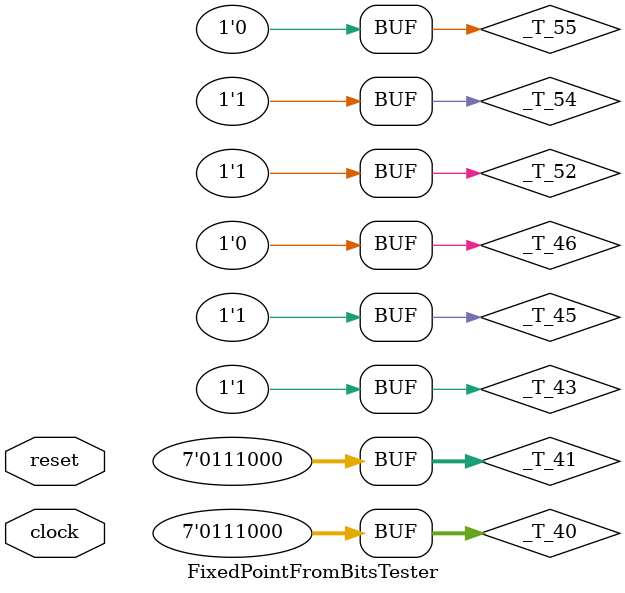
<source format=v>
module FixedPointFromBitsTester(
  input   clock,
  input   reset
);
  wire [6:0] _T_40; // @[FixedPointSpec.scala 55:24]
  wire [6:0] _T_41; // @[FixedPointSpec.scala 55:24]
  wire  _T_43; // @[FixedPointSpec.scala 55:27]
  wire  _T_45; // @[FixedPointSpec.scala 55:9]
  wire  _T_46; // @[FixedPointSpec.scala 55:9]
  wire  _T_52; // @[FixedPointSpec.scala 56:27]
  wire  _T_54; // @[FixedPointSpec.scala 56:9]
  wire  _T_55; // @[FixedPointSpec.scala 56:9]
  wire  _T_76; // @[FixedPointSpec.scala 78:7]
  assign _T_40 = $signed(7'sh0) - $signed(-7'sh38); // @[FixedPointSpec.scala 55:24]
  assign _T_41 = $signed(_T_40); // @[FixedPointSpec.scala 55:24]
  assign _T_43 = $signed(_T_41) == $signed(7'sh38); // @[FixedPointSpec.scala 55:27]
  assign _T_45 = _T_43 | reset; // @[FixedPointSpec.scala 55:9]
  assign _T_46 = _T_45 == 1'h0; // @[FixedPointSpec.scala 55:9]
  assign _T_52 = $signed(_T_41) != $signed(-7'sh38); // @[FixedPointSpec.scala 56:27]
  assign _T_54 = _T_52 | reset; // @[FixedPointSpec.scala 56:9]
  assign _T_55 = _T_54 == 1'h0; // @[FixedPointSpec.scala 56:9]
  assign _T_76 = reset == 1'h0; // @[FixedPointSpec.scala 78:7]
  always @(posedge clock) begin
    `ifndef SYNTHESIS
    `ifdef PRINTF_COND
      if (`PRINTF_COND) begin
    `endif
        if (_T_46) begin
          $fwrite(32'h80000002,"Assertion failed\n    at FixedPointSpec.scala:55 assert(negativefp.abs() === positivefp)\n"); // @[FixedPointSpec.scala 55:9]
        end
    `ifdef PRINTF_COND
      end
    `endif
    `endif // SYNTHESIS
    `ifndef SYNTHESIS
    `ifdef STOP_COND
      if (`STOP_COND) begin
    `endif
        if (_T_46) begin
          $fatal; // @[FixedPointSpec.scala 55:9]
        end
    `ifdef STOP_COND
      end
    `endif
    `endif // SYNTHESIS
    `ifndef SYNTHESIS
    `ifdef PRINTF_COND
      if (`PRINTF_COND) begin
    `endif
        if (_T_55) begin
          $fwrite(32'h80000002,"Assertion failed\n    at FixedPointSpec.scala:56 assert(negativefp.abs() =/= negativefp)\n"); // @[FixedPointSpec.scala 56:9]
        end
    `ifdef PRINTF_COND
      end
    `endif
    `endif // SYNTHESIS
    `ifndef SYNTHESIS
    `ifdef STOP_COND
      if (`STOP_COND) begin
    `endif
        if (_T_55) begin
          $fatal; // @[FixedPointSpec.scala 56:9]
        end
    `ifdef STOP_COND
      end
    `endif
    `endif // SYNTHESIS
    `ifndef SYNTHESIS
    `ifdef STOP_COND
      if (`STOP_COND) begin
    `endif
        if (_T_76) begin
          $finish; // @[FixedPointSpec.scala 78:7]
        end
    `ifdef STOP_COND
      end
    `endif
    `endif // SYNTHESIS
  end
endmodule

</source>
